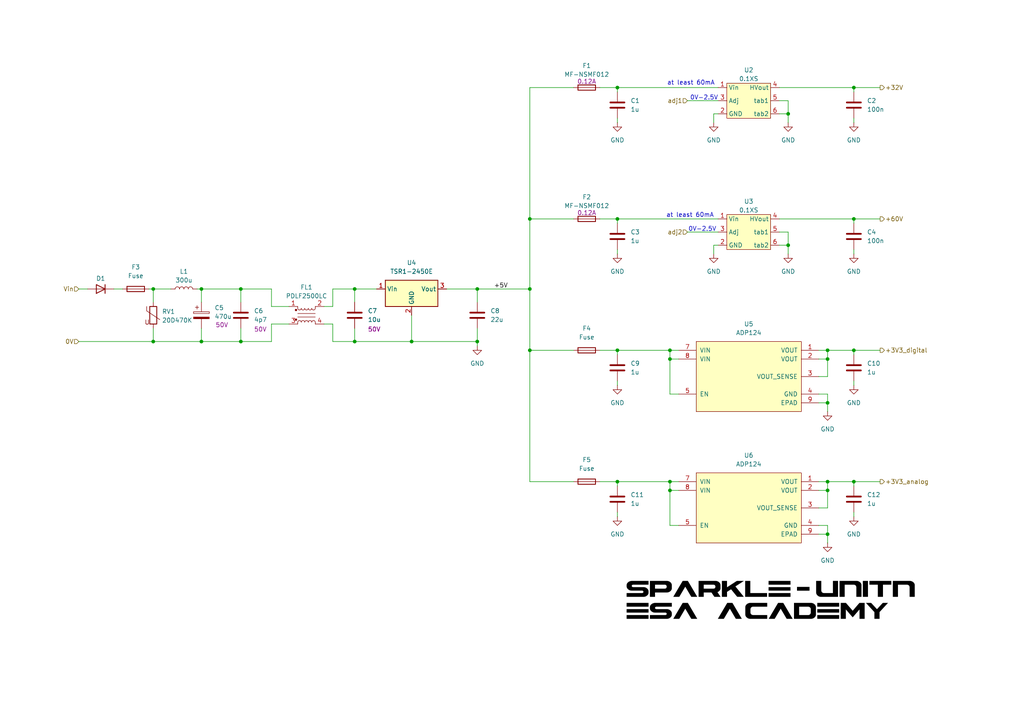
<source format=kicad_sch>
(kicad_sch (version 20231120) (generator "eeschema") (generator_version "8.0")
  (paper "A4")
  (title_block (title "Power Supply") (date "2024-10-17") (rev "1.0"))
  (lib_symbols
    (symbol "ADP124_1" (pin_names (offset 1.016))
      (property "Reference" "U" (at -15.3391 11.2364 0))
      (property "Value" "ADP124" (at -15.24 -12.7 0))
      (symbol "ADP124_1_0_0"
        (rectangle (start -15.24 10.16) (end 15.24 -10.16) (fill (type background)))
        (pin output line (at 20.32 7.62 180) (length 5.08) (name "VOUT") (number "1"))
        (pin output line (at 20.32 5.08 180) (length 5.08) (name "VOUT") (number "2"))
        (pin input line (at 20.32 0 180) (length 5.08) (name "VOUT_SENSE") (number "3"))
        (pin power_in line (at 20.32 -5.08 180) (length 5.08) (name "GND") (number "4"))
        (pin input line (at -20.32 -5.08 0) (length 5.08) (name "EN") (number "5"))
        (pin input line (at -20.32 7.62 0) (length 5.08) (name "VIN") (number "7"))
        (pin input line (at -20.32 5.08 0) (length 5.08) (name "VIN") (number "8"))
        (pin power_in line (at 20.32 -7.62 180) (length 5.08) (name "EPAD") (number "9"))
      )
    )
    (symbol "Device:C" (pin_numbers hide) (pin_names (offset 0.254))
      (property "Reference" "C" (at 0.635 2.54 0))
      (property "Value" "C" (at 0.635 -2.54 0))
      (symbol "C_0_1"
        (polyline (pts (xy -2.032 -0.762) (xy 2.032 -0.762)) (stroke (width 0.508)))
        (polyline (pts (xy -2.032 0.762) (xy 2.032 0.762)) (stroke (width 0.508)))
      )
      (symbol "C_1_1"
        (pin passive line (at 0 3.81 270) (length 2.794) (name "~") (number "1"))
        (pin passive line (at 0 -3.81 90) (length 2.794) (name "~") (number "2"))
      )
    )
    (symbol "Device:C_Polarized" (pin_numbers hide) (pin_names (offset 0.254))
      (property "Reference" "C" (at 0.635 2.54 0))
      (property "Value" "C_Polarized" (at 0.635 -2.54 0))
      (symbol "C_Polarized_0_1"
        (rectangle (start -2.286 0.508) (end 2.286 1.016))
        (polyline (pts (xy -1.778 2.286) (xy -0.762 2.286)))
        (polyline (pts (xy -1.27 2.794) (xy -1.27 1.778)))
        (rectangle (start 2.286 -0.508) (end -2.286 -1.016) (fill (type outline)))
      )
      (symbol "C_Polarized_1_1"
        (pin passive line (at 0 3.81 270) (length 2.794) (name "~") (number "1"))
        (pin passive line (at 0 -3.81 90) (length 2.794) (name "~") (number "2"))
      )
    )
    (symbol "Device:D" (pin_numbers hide) (pin_names (offset 1.016) hide)
      (property "Reference" "D" (at 0 2.54 0))
      (property "Value" "D" (at 0 -2.54 0))
      (symbol "D_0_1"
        (polyline (pts (xy -1.27 1.27) (xy -1.27 -1.27)) (stroke (width 0.254)))
        (polyline (pts (xy 1.27 0) (xy -1.27 0)))
        (polyline (pts (xy 1.27 1.27) (xy 1.27 -1.27) (xy -1.27 0) (xy 1.27 1.27)) (stroke (width 0.254)))
      )
      (symbol "D_1_1"
        (pin passive line (at -3.81 0 0) (length 2.54) (name "K") (number "1"))
        (pin passive line (at 3.81 0 180) (length 2.54) (name "A") (number "2"))
      )
    )
    (symbol "Device:Filter_EMI_LL" (pin_names (offset 0.254) hide)
      (property "Reference" "FL" (at 0 4.445 0))
      (property "Value" "Filter_EMI_LL" (at 0 -4.445 0))
      (symbol "Filter_EMI_LL_0_1"
        (circle (center -3.048 -1.27) (radius 0.254) (fill (type outline)))
        (circle (center -3.048 1.524) (radius 0.254) (fill (type outline)))
        (arc (start -2.54 2.032) (mid -2.032 1.5262) (end -1.524 2.032))
        (arc (start -1.524 -2.032) (mid -2.032 -1.5262) (end -2.54 -2.032))
        (arc (start -1.524 2.032) (mid -1.016 1.5262) (end -0.508 2.032))
        (arc (start -0.508 -2.032) (mid -1.016 -1.5262) (end -1.524 -2.032))
        (arc (start -0.508 2.032) (mid 0 1.5262) (end 0.508 2.032))
        (polyline (pts (xy -2.54 -2.032) (xy -2.54 -2.54)))
        (polyline (pts (xy -2.54 0.508) (xy 2.54 0.508)))
        (polyline (pts (xy -2.54 2.032) (xy -2.54 2.54)))
        (polyline (pts (xy 2.54 -2.032) (xy 2.54 -2.54)))
        (polyline (pts (xy 2.54 -0.508) (xy -2.54 -0.508)))
        (polyline (pts (xy 2.54 2.54) (xy 2.54 2.032)))
        (arc (start 0.508 -2.032) (mid 0 -1.5262) (end -0.508 -2.032))
        (arc (start 0.508 2.032) (mid 1.016 1.5262) (end 1.524 2.032))
        (arc (start 1.524 -2.032) (mid 1.016 -1.5262) (end 0.508 -2.032))
        (arc (start 1.524 2.032) (mid 2.032 1.5262) (end 2.54 2.032))
        (arc (start 2.54 -2.032) (mid 2.032 -1.5262) (end 1.524 -2.032))
      )
      (symbol "Filter_EMI_LL_1_1"
        (pin passive line (at -5.08 2.54 0) (length 2.54) (name "1") (number "1"))
        (pin passive line (at 5.08 2.54 180) (length 2.54) (name "2") (number "2"))
        (pin passive line (at -5.08 -2.54 0) (length 2.54) (name "3") (number "3"))
        (pin passive line (at 5.08 -2.54 180) (length 2.54) (name "4") (number "4"))
      )
    )
    (symbol "Device:Fuse" (pin_numbers hide) (pin_names (offset 0))
      (property "Reference" "F" (at 2.032 0 90))
      (property "Value" "Fuse" (at -1.905 0 90))
      (symbol "Fuse_0_1"
        (rectangle (start -0.762 -2.54) (end 0.762 2.54) (stroke (width 0.254)))
        (polyline (pts (xy 0 2.54) (xy 0 -2.54)))
      )
      (symbol "Fuse_1_1"
        (pin passive line (at 0 3.81 270) (length 1.27) (name "~") (number "1"))
        (pin passive line (at 0 -3.81 90) (length 1.27) (name "~") (number "2"))
      )
    )
    (symbol "Device:L" (pin_numbers hide) (pin_names (offset 1.016) hide)
      (property "Reference" "L" (at -1.27 0 90))
      (property "Value" "L" (at 1.905 0 90))
      (symbol "L_0_1"
        (arc (start 0 -2.54) (mid 0.6323 -1.905) (end 0 -1.27))
        (arc (start 0 -1.27) (mid 0.6323 -0.635) (end 0 0))
        (arc (start 0 0) (mid 0.6323 0.635) (end 0 1.27))
        (arc (start 0 1.27) (mid 0.6323 1.905) (end 0 2.54))
      )
      (symbol "L_1_1"
        (pin passive line (at 0 3.81 270) (length 1.27) (name "1") (number "1"))
        (pin passive line (at 0 -3.81 90) (length 1.27) (name "2") (number "2"))
      )
    )
    (symbol "Device:Varistor" (pin_numbers hide) (pin_names (offset 0))
      (property "Reference" "RV" (at 3.175 0 90))
      (property "Value" "Varistor" (at -3.175 0 90))
      (symbol "Varistor_0_0"
        (text "U" (at -1.778 -2.032 0) (effects (font (size 1.27 1.27))))
      )
      (symbol "Varistor_0_1"
        (rectangle (start -1.016 -2.54) (end 1.016 2.54) (stroke (width 0.254)))
        (polyline (pts (xy -1.905 2.54) (xy -1.905 1.27) (xy 1.905 -1.27)))
      )
      (symbol "Varistor_1_1"
        (pin passive line (at 0 3.81 270) (length 1.27) (name "~") (number "1"))
        (pin passive line (at 0 -3.81 90) (length 1.27) (name "~") (number "2"))
      )
    )
    (symbol "Regulator_Switching:TSR1-2450E"
      (property "Reference" "U" (at -7.62 6.35 0))
      (property "Value" "TSR1-2450E" (at -3.81 6.35 0))
      (symbol "TSR1-2450E_0_1"
        (rectangle (start -7.62 5.08) (end 7.62 -2.54) (stroke (width 0.254)) (fill (type background)))
      )
      (symbol "TSR1-2450E_1_1"
        (pin power_in line (at -10.16 2.54 0) (length 2.54) (name "Vin") (number "1"))
        (pin power_in line (at 0 -5.08 90) (length 2.54) (name "GND") (number "2"))
        (pin power_out line (at 10.16 2.54 180) (length 2.54) (name "Vout") (number "3"))
      )
    )
    (symbol "SPaRKLE-Symbols:0.1XS"
      (property "Reference" "U" (at 0 -1.016 0))
      (property "Value" "0.1XS" (at -3.556 -13.97 0))
      (symbol "0.1XS_1_1"
        (rectangle (start -6.35 -2.54) (end 6.35 -12.7) (fill (type background)))
        (pin power_in line (at -8.89 -3.81 0) (length 2.54) (name "Vin") (number "1"))
        (pin power_in line (at -8.89 -11.43 0) (length 2.54) (name "GND") (number "2"))
        (pin input line (at -8.89 -7.62 0) (length 2.54) (name "Adj") (number "3"))
        (pin power_out line (at 8.89 -3.81 180) (length 2.54) (name "HVout") (number "4"))
        (pin passive line (at 8.89 -7.62 180) (length 2.54) (name "tab1") (number "5"))
        (pin passive line (at 8.89 -11.43 180) (length 2.54) (name "tab2") (number "6"))
      )
    )
    (symbol "SPaRKLE-Symbols:ADP124" (pin_names (offset 1.016))
      (property "Reference" "U" (at -15.3391 11.2364 0))
      (property "Value" "ADP124" (at -15.24 -12.7 0))
      (symbol "ADP124_0_0"
        (rectangle (start -15.24 10.16) (end 15.24 -10.16) (fill (type background)))
        (pin output line (at 20.32 7.62 180) (length 5.08) (name "VOUT") (number "1"))
        (pin output line (at 20.32 5.08 180) (length 5.08) (name "VOUT") (number "2"))
        (pin input line (at 20.32 0 180) (length 5.08) (name "VOUT_SENSE") (number "3"))
        (pin power_in line (at 20.32 -5.08 180) (length 5.08) (name "GND") (number "4"))
        (pin input line (at -20.32 -5.08 0) (length 5.08) (name "EN") (number "5"))
        (pin input line (at -20.32 7.62 0) (length 5.08) (name "VIN") (number "7"))
        (pin input line (at -20.32 5.08 0) (length 5.08) (name "VIN") (number "8"))
        (pin power_in line (at 20.32 -7.62 180) (length 5.08) (name "EPAD") (number "9"))
      )
    )
    (symbol "power:GND" (power) (pin_numbers hide) (pin_names (offset 0) hide)
      (property "Value" "GND" (at 0 -3.81 0))
      (symbol "GND_0_1"
        (polyline (pts (xy 0 0) (xy 0 -1.27) (xy 1.27 -1.27) (xy 0 -2.54) (xy -1.27 -1.27) (xy 0 -1.27)))
      )
      (symbol "GND_1_1"
        (pin power_in line (at 0 0 270) (length 0) (name "~") (number "1"))
      )
    )
  )
  (junction (at 153.67 83.82))
  (junction (at 102.87 99.06))
  (junction (at 247.65 25.4))
  (junction (at 58.42 83.82))
  (junction (at 228.6 71.12))
  (junction (at 194.31 101.6))
  (junction (at 102.87 83.82))
  (junction (at 194.31 139.7))
  (junction (at 179.07 101.6))
  (junction (at 247.65 63.5))
  (junction (at 138.43 83.82))
  (junction (at 240.03 139.7))
  (junction (at 44.45 83.82))
  (junction (at 179.07 25.4))
  (junction (at 240.03 142.24))
  (junction (at 240.03 116.84))
  (junction (at 240.03 104.14))
  (junction (at 138.43 99.06))
  (junction (at 58.42 99.06))
  (junction (at 179.07 63.5))
  (junction (at 247.65 139.7))
  (junction (at 153.67 101.6))
  (junction (at 240.03 154.94))
  (junction (at 247.65 101.6))
  (junction (at 44.45 99.06))
  (junction (at 179.07 139.7))
  (junction (at 194.31 142.24))
  (junction (at 240.03 101.6))
  (junction (at 194.31 104.14))
  (junction (at 228.6 33.02))
  (junction (at 119.38 99.06))
  (junction (at 69.85 99.06))
  (junction (at 69.85 83.82))
  (junction (at 153.67 63.5))
  (wire (pts (xy 240.03 116.84) (xy 240.03 114.3)))
  (wire (pts (xy 96.52 83.82) (xy 96.52 88.9)))
  (wire (pts (xy 247.65 111.76) (xy 247.65 110.49)))
  (wire (pts (xy 240.03 101.6) (xy 247.65 101.6)))
  (wire (pts (xy 179.07 139.7) (xy 194.31 139.7)))
  (wire (pts (xy 69.85 99.06) (xy 78.74 99.06)))
  (wire (pts (xy 93.98 93.98) (xy 96.52 93.98)))
  (wire (pts (xy 240.03 152.4) (xy 237.49 152.4)))
  (wire (pts (xy 240.03 157.48) (xy 240.03 154.94)))
  (wire (pts (xy 247.65 149.86) (xy 247.65 148.59)))
  (wire (pts (xy 194.31 104.14) (xy 194.31 101.6)))
  (wire (pts (xy 58.42 83.82) (xy 69.85 83.82)))
  (wire (pts (xy 44.45 83.82) (xy 44.45 87.63)))
  (wire (pts (xy 194.31 152.4) (xy 194.31 142.24)))
  (wire (pts (xy 228.6 33.02) (xy 228.6 29.21)))
  (wire (pts (xy 69.85 83.82) (xy 69.85 87.63)))
  (wire (pts (xy 237.49 104.14) (xy 240.03 104.14)))
  (wire (pts (xy 194.31 114.3) (xy 194.31 104.14)))
  (wire (pts (xy 226.06 33.02) (xy 228.6 33.02)))
  (wire (pts (xy 78.74 93.98) (xy 78.74 99.06)))
  (wire (pts (xy 179.07 64.77) (xy 179.07 63.5)))
  (wire (pts (xy 93.98 88.9) (xy 96.52 88.9)))
  (wire (pts (xy 102.87 95.25) (xy 102.87 99.06)))
  (wire (pts (xy 228.6 71.12) (xy 228.6 67.31)))
  (wire (pts (xy 237.49 139.7) (xy 240.03 139.7)))
  (wire (pts (xy 44.45 99.06) (xy 58.42 99.06)))
  (wire (pts (xy 240.03 139.7) (xy 240.03 142.24)))
  (wire (pts (xy 196.85 104.14) (xy 194.31 104.14)))
  (wire (pts (xy 237.49 101.6) (xy 240.03 101.6)))
  (wire (pts (xy 247.65 63.5) (xy 247.65 64.77)))
  (wire (pts (xy 179.07 73.66) (xy 179.07 72.39)))
  (wire (pts (xy 179.07 111.76) (xy 179.07 110.49)))
  (wire (pts (xy 138.43 100.33) (xy 138.43 99.06)))
  (wire (pts (xy 173.99 63.5) (xy 179.07 63.5)))
  (wire (pts (xy 153.67 63.5) (xy 166.37 63.5)))
  (wire (pts (xy 226.06 71.12) (xy 228.6 71.12)))
  (wire (pts (xy 179.07 63.5) (xy 208.28 63.5)))
  (wire (pts (xy 240.03 142.24) (xy 240.03 147.32)))
  (wire (pts (xy 237.49 116.84) (xy 240.03 116.84)))
  (wire (pts (xy 57.15 83.82) (xy 58.42 83.82)))
  (wire (pts (xy 44.45 83.82) (xy 49.53 83.82)))
  (wire (pts (xy 226.06 25.4) (xy 247.65 25.4)))
  (wire (pts (xy 228.6 29.21) (xy 226.06 29.21)))
  (wire (pts (xy 240.03 147.32) (xy 237.49 147.32)))
  (wire (pts (xy 102.87 83.82) (xy 109.22 83.82)))
  (wire (pts (xy 247.65 101.6) (xy 255.27 101.6)))
  (wire (pts (xy 179.07 101.6) (xy 194.31 101.6)))
  (wire (pts (xy 240.03 154.94) (xy 240.03 152.4)))
  (wire (pts (xy 247.65 73.66) (xy 247.65 72.39)))
  (wire (pts (xy 194.31 139.7) (xy 196.85 139.7)))
  (wire (pts (xy 138.43 83.82) (xy 138.43 87.63)))
  (wire (pts (xy 83.82 93.98) (xy 78.74 93.98)))
  (wire (pts (xy 247.65 35.56) (xy 247.65 34.29)))
  (wire (pts (xy 228.6 73.66) (xy 228.6 71.12)))
  (wire (pts (xy 247.65 101.6) (xy 247.65 102.87)))
  (wire (pts (xy 240.03 139.7) (xy 247.65 139.7)))
  (wire (pts (xy 207.01 73.66) (xy 207.01 71.12)))
  (wire (pts (xy 240.03 101.6) (xy 240.03 104.14)))
  (wire (pts (xy 58.42 83.82) (xy 58.42 87.63)))
  (wire (pts (xy 247.65 139.7) (xy 247.65 140.97)))
  (wire (pts (xy 207.01 35.56) (xy 207.01 33.02)))
  (wire (pts (xy 247.65 25.4) (xy 255.27 25.4)))
  (wire (pts (xy 240.03 104.14) (xy 240.03 109.22)))
  (wire (pts (xy 153.67 25.4) (xy 166.37 25.4)))
  (wire (pts (xy 96.52 93.98) (xy 96.52 99.06)))
  (wire (pts (xy 179.07 139.7) (xy 179.07 140.97)))
  (wire (pts (xy 199.39 67.31) (xy 208.28 67.31)))
  (wire (pts (xy 153.67 139.7) (xy 166.37 139.7)))
  (wire (pts (xy 22.86 99.06) (xy 44.45 99.06)))
  (wire (pts (xy 69.85 83.82) (xy 78.74 83.82)))
  (wire (pts (xy 153.67 101.6) (xy 153.67 139.7)))
  (wire (pts (xy 44.45 95.25) (xy 44.45 99.06)))
  (wire (pts (xy 199.39 29.21) (xy 208.28 29.21)))
  (wire (pts (xy 179.07 25.4) (xy 179.07 26.67)))
  (wire (pts (xy 240.03 114.3) (xy 237.49 114.3)))
  (wire (pts (xy 83.82 88.9) (xy 78.74 88.9)))
  (wire (pts (xy 179.07 149.86) (xy 179.07 148.59)))
  (wire (pts (xy 102.87 99.06) (xy 119.38 99.06)))
  (wire (pts (xy 119.38 91.44) (xy 119.38 99.06)))
  (wire (pts (xy 237.49 154.94) (xy 240.03 154.94)))
  (wire (pts (xy 78.74 83.82) (xy 78.74 88.9)))
  (wire (pts (xy 96.52 99.06) (xy 102.87 99.06)))
  (wire (pts (xy 237.49 142.24) (xy 240.03 142.24)))
  (wire (pts (xy 240.03 119.38) (xy 240.03 116.84)))
  (wire (pts (xy 196.85 152.4) (xy 194.31 152.4)))
  (wire (pts (xy 226.06 63.5) (xy 247.65 63.5)))
  (wire (pts (xy 179.07 35.56) (xy 179.07 34.29)))
  (wire (pts (xy 153.67 83.82) (xy 153.67 101.6)))
  (wire (pts (xy 43.18 83.82) (xy 44.45 83.82)))
  (wire (pts (xy 196.85 114.3) (xy 194.31 114.3)))
  (wire (pts (xy 35.56 83.82) (xy 33.02 83.82)))
  (wire (pts (xy 196.85 142.24) (xy 194.31 142.24)))
  (wire (pts (xy 173.99 25.4) (xy 179.07 25.4)))
  (wire (pts (xy 96.52 83.82) (xy 102.87 83.82)))
  (wire (pts (xy 240.03 109.22) (xy 237.49 109.22)))
  (wire (pts (xy 247.65 25.4) (xy 247.65 26.67)))
  (wire (pts (xy 173.99 101.6) (xy 179.07 101.6)))
  (wire (pts (xy 228.6 35.56) (xy 228.6 33.02)))
  (wire (pts (xy 153.67 25.4) (xy 153.67 63.5)))
  (wire (pts (xy 119.38 99.06) (xy 138.43 99.06)))
  (wire (pts (xy 102.87 83.82) (xy 102.87 87.63)))
  (wire (pts (xy 25.4 83.82) (xy 22.86 83.82)))
  (wire (pts (xy 153.67 101.6) (xy 166.37 101.6)))
  (wire (pts (xy 138.43 99.06) (xy 138.43 95.25)))
  (wire (pts (xy 207.01 33.02) (xy 208.28 33.02)))
  (wire (pts (xy 153.67 63.5) (xy 153.67 83.82)))
  (wire (pts (xy 179.07 101.6) (xy 179.07 102.87)))
  (wire (pts (xy 247.65 63.5) (xy 255.27 63.5)))
  (wire (pts (xy 194.31 101.6) (xy 196.85 101.6)))
  (wire (pts (xy 129.54 83.82) (xy 138.43 83.82)))
  (wire (pts (xy 179.07 25.4) (xy 208.28 25.4)))
  (wire (pts (xy 207.01 71.12) (xy 208.28 71.12)))
  (wire (pts (xy 247.65 139.7) (xy 255.27 139.7)))
  (wire (pts (xy 194.31 142.24) (xy 194.31 139.7)))
  (wire (pts (xy 173.99 139.7) (xy 179.07 139.7)))
  (wire (pts (xy 228.6 67.31) (xy 226.06 67.31)))
  (wire (pts (xy 58.42 95.25) (xy 58.42 99.06)))
  (wire (pts (xy 69.85 95.25) (xy 69.85 99.06)))
  (wire (pts (xy 138.43 83.82) (xy 153.67 83.82)))
  (wire (pts (xy 58.42 99.06) (xy 69.85 99.06)))
  (image (at 223.52 173.99) (scale 0.489235))
  (text "at least 60mA" (at 200.152 62.484 0) (effects (font (size 1.27 1.27))))
  (text "0V-2.5V" (at 203.708 66.548 0) (effects (font (size 1.27 1.27))))
  (text "at least 60mA" (at 200.406 24.13 0) (effects (font (size 1.27 1.27))))
  (text "0V-2.5V" (at 204.216 28.448 0) (effects (font (size 1.27 1.27))))
  (label "+5V" (at 147.32 83.82 180))
  (hierarchical_label "+32V" (shape output) (at 255.27 25.4 0))
  (hierarchical_label "Vin" (shape input) (at 22.86 83.82 180))
  (hierarchical_label "+3V3_digital" (shape output) (at 255.27 101.6 0))
  (hierarchical_label "adj2" (shape input) (at 199.39 67.31 180))
  (hierarchical_label "+60V" (shape output) (at 255.27 63.5 0))
  (hierarchical_label "0V" (shape input) (at 22.86 99.06 180))
  (hierarchical_label "+3V3_analog" (shape output) (at 255.27 139.7 0))
  (hierarchical_label "adj1" (shape input) (at 199.39 29.21 180))
  (symbol (lib_id "power:GND") (at 207.01 73.66 0) (unit 1)
    (property "Reference" "#PWR022" (effects (hide yes)))
    (property "Value" "GND" (at 207.01 78.74 0))
    (property "Description" "Power symbol creates a global label with name \"GND\" , ground" (effects (hide yes)))
  )
  (symbol (lib_id "Device:C") (at 69.85 91.44 0) (unit 1)
    (property "Reference" "C6" (at 73.66 90.1699 0) (effects (justify left)))
    (property "Value" "4p7" (at 73.66 92.7099 0) (effects (justify left)))
    (property "Description" "Unpolarized capacitor" (effects (hide yes)))
    (property "Voltage" "50V" (at 73.66 95.504 0) (effects (justify left)))
  )
  (symbol (lib_id "power:GND") (at 228.6 73.66 0) (unit 1)
    (property "Reference" "#PWR023" (effects (hide yes)))
    (property "Value" "GND" (at 228.6 78.74 0))
    (property "Description" "Power symbol creates a global label with name \"GND\" , ground" (effects (hide yes)))
  )
  (symbol (lib_id "power:GND") (at 240.03 119.38 0) (unit 1)
    (property "Reference" "#PWR028" (effects (hide yes)))
    (property "Value" "GND" (at 240.03 124.46 0))
    (property "Description" "Power symbol creates a global label with name \"GND\" , ground" (effects (hide yes)))
  )
  (symbol (lib_id "power:GND") (at 179.07 35.56 0) (unit 1)
    (property "Reference" "#PWR017" (effects (hide yes)))
    (property "Value" "GND" (at 179.07 40.64 0))
    (property "Description" "Power symbol creates a global label with name \"GND\" , ground" (effects (hide yes)))
  )
  (symbol (lib_id "power:GND") (at 247.65 35.56 0) (unit 1)
    (property "Reference" "#PWR020" (effects (hide yes)))
    (property "Value" "GND" (at 247.65 40.64 0))
    (property "Description" "Power symbol creates a global label with name \"GND\" , ground" (effects (hide yes)))
  )
  (symbol (lib_id "Regulator_Switching:TSR1-2450E") (at 119.38 86.36 0) (unit 1)
    (property "Reference" "U4" (at 119.38 76.2 0))
    (property "Value" "TSR1-2450E" (at 119.38 78.74 0))
    (property "Footprint" "Converter_DCDC:Converter_DCDC_TRACO_TSR1-xxxxE_THT" (effects (hide yes)))
    (property "Datasheet" "https://www.tracopower.com/products/tsr1e.pdf" (effects (hide yes)))
    (property "Description" "1A step-down regulator, fixed 5V output voltage, 7-36V input voltage, TO-220 compatible LM78xx replacement" (effects (hide yes)))
  )
  (symbol (lib_id "power:GND") (at 179.07 73.66 0) (unit 1)
    (property "Reference" "#PWR021" (effects (hide yes)))
    (property "Value" "GND" (at 179.07 78.74 0))
    (property "Description" "Power symbol creates a global label with name \"GND\" , ground" (effects (hide yes)))
  )
  (symbol (lib_id "Device:Fuse") (at 170.18 63.5 90) (unit 1)
    (property "Reference" "F2" (at 170.18 57.15 90))
    (property "Value" "MF-NSMF012" (at 170.18 59.69 90))
    (property "Datasheet" "0.12A" (at 170.18 61.722 90))
    (property "Description" "Fuse" (effects (hide yes)))
  )
  (symbol (lib_id "power:GND") (at 228.6 35.56 0) (unit 1)
    (property "Reference" "#PWR019" (effects (hide yes)))
    (property "Value" "GND" (at 228.6 40.64 0))
    (property "Description" "Power symbol creates a global label with name \"GND\" , ground" (effects (hide yes)))
  )
  (symbol (lib_id "Device:C") (at 179.07 68.58 0) (unit 1)
    (property "Reference" "C3" (at 182.88 67.3099 0) (effects (justify left)))
    (property "Value" "1u" (at 182.88 69.8499 0) (effects (justify left)))
    (property "Description" "Unpolarized capacitor" (effects (hide yes)))
  )
  (symbol (lib_id "Device:Fuse") (at 170.18 139.7 90) (unit 1)
    (property "Reference" "F5" (at 170.18 133.35 90))
    (property "Value" "Fuse" (at 170.18 135.89 90))
    (property "Description" "Fuse" (effects (hide yes)))
  )
  (symbol (lib_id "Device:Fuse") (at 170.18 101.6 90) (unit 1)
    (property "Reference" "F4" (at 170.18 95.25 90))
    (property "Value" "Fuse" (at 170.18 97.79 90))
    (property "Description" "Fuse" (effects (hide yes)))
  )
  (symbol (lib_id "power:GND") (at 247.65 149.86 0) (unit 1)
    (property "Reference" "#PWR030" (effects (hide yes)))
    (property "Value" "GND" (at 247.65 154.94 0))
    (property "Description" "Power symbol creates a global label with name \"GND\" , ground" (effects (hide yes)))
  )
  (symbol (lib_id "Device:C") (at 179.07 144.78 0) (unit 1)
    (property "Reference" "C11" (at 182.88 143.5099 0) (effects (justify left)))
    (property "Value" "1u" (at 182.88 146.0499 0) (effects (justify left)))
    (property "Description" "Unpolarized capacitor" (effects (hide yes)))
  )
  (symbol (lib_id "power:GND") (at 247.65 73.66 0) (unit 1)
    (property "Reference" "#PWR024" (effects (hide yes)))
    (property "Value" "GND" (at 247.65 78.74 0))
    (property "Description" "Power symbol creates a global label with name \"GND\" , ground" (effects (hide yes)))
  )
  (symbol (lib_id "Device:C") (at 179.07 106.68 0) (unit 1)
    (property "Reference" "C9" (at 182.88 105.4099 0) (effects (justify left)))
    (property "Value" "1u" (at 182.88 107.9499 0) (effects (justify left)))
    (property "Description" "Unpolarized capacitor" (effects (hide yes)))
  )
  (symbol (lib_id "power:GND") (at 240.03 157.48 0) (unit 1)
    (property "Reference" "#PWR031" (effects (hide yes)))
    (property "Value" "GND" (at 240.03 162.56 0))
    (property "Description" "Power symbol creates a global label with name \"GND\" , ground" (effects (hide yes)))
  )
  (symbol (lib_id "Device:L") (at 53.34 83.82 90) (unit 1)
    (property "Reference" "L1" (at 53.34 78.74 90))
    (property "Value" "300u" (at 53.34 81.28 90))
    (property "Description" "Inductor" (effects (hide yes)))
  )
  (symbol (lib_id "Device:C") (at 247.65 144.78 0) (unit 1)
    (property "Reference" "C12" (at 251.46 143.5099 0) (effects (justify left)))
    (property "Value" "1u" (at 251.46 146.0499 0) (effects (justify left)))
    (property "Description" "Unpolarized capacitor" (effects (hide yes)))
  )
  (symbol (lib_id "power:GND") (at 179.07 149.86 0) (unit 1)
    (property "Reference" "#PWR029" (effects (hide yes)))
    (property "Value" "GND" (at 179.07 154.94 0))
    (property "Description" "Power symbol creates a global label with name \"GND\" , ground" (effects (hide yes)))
  )
  (symbol (lib_id "power:GND") (at 138.43 100.33 0) (unit 1)
    (property "Reference" "#PWR025" (effects (hide yes)))
    (property "Value" "GND" (at 138.43 105.41 0))
    (property "Description" "Power symbol creates a global label with name \"GND\" , ground" (effects (hide yes)))
  )
  (symbol (lib_id "Device:C") (at 247.65 30.48 0) (unit 1)
    (property "Reference" "C2" (at 251.46 29.2099 0) (effects (justify left)))
    (property "Value" "100n" (at 251.46 31.7499 0) (effects (justify left)))
    (property "Description" "Unpolarized capacitor" (effects (hide yes)))
  )
  (symbol (lib_id "Device:Fuse") (at 170.18 25.4 90) (unit 1)
    (property "Reference" "F1" (at 170.18 19.05 90))
    (property "Value" "MF-NSMF012" (at 170.18 21.59 90))
    (property "Datasheet" "0.12A" (at 170.18 23.622 90))
    (property "Description" "Fuse" (effects (hide yes)))
  )
  (symbol (lib_id "power:GND") (at 247.65 111.76 0) (unit 1)
    (property "Reference" "#PWR027" (effects (hide yes)))
    (property "Value" "GND" (at 247.65 116.84 0))
    (property "Description" "Power symbol creates a global label with name \"GND\" , ground" (effects (hide yes)))
  )
  (symbol (lib_id "SPaRKLE-Symbols:0.1XS") (at 217.17 59.69 0) (unit 1) (in_bom no) (on_board no)
    (property "Reference" "U3" (at 217.17 58.42 0))
    (property "Value" "0.1XS" (at 217.17 60.96 0))
  )
  (symbol (lib_id "Device:C") (at 179.07 30.48 0) (unit 1)
    (property "Reference" "C1" (at 182.88 29.2099 0) (effects (justify left)))
    (property "Value" "1u" (at 182.88 31.7499 0) (effects (justify left)))
    (property "Description" "Unpolarized capacitor" (effects (hide yes)))
  )
  (symbol (lib_id "Device:Filter_EMI_LL") (at 88.9 91.44 0) (unit 1)
    (property "Reference" "FL1" (at 88.9 83.312 0))
    (property "Value" "PDLF2500LC" (at 88.9 85.852 0))
    (property "Footprint" "Inductor_SMD:L_CommonModeChoke_TDK_ACM2520-3P" (effects (hide yes)))
    (property "Description" "EMI 2-inductor filter" (effects (hide yes)))
  )
  (symbol (lib_id "Device:Fuse") (at 39.37 83.82 90) (unit 1)
    (property "Reference" "F3" (at 39.37 77.47 90))
    (property "Value" "Fuse" (at 39.37 80.01 90))
    (property "Description" "Fuse" (effects (hide yes)))
  )
  (symbol (lib_id "Device:C_Polarized") (at 58.42 91.44 0) (unit 1)
    (property "Reference" "C5" (at 62.23 89.2809 0) (effects (justify left)))
    (property "Value" "470u" (at 62.23 91.8209 0) (effects (justify left)))
    (property "Description" "Polarized capacitor" (effects (hide yes)))
    (property "Voltage" "50V" (at 62.484 94.234 0) (effects (justify left)))
  )
  (symbol (lib_id "Device:C") (at 102.87 91.44 0) (unit 1)
    (property "Reference" "C7" (at 106.68 90.1699 0) (effects (justify left)))
    (property "Value" "10u" (at 106.68 92.7099 0) (effects (justify left)))
    (property "Description" "Unpolarized capacitor" (effects (hide yes)))
    (property "Voltage" "50V" (at 106.68 95.504 0) (effects (justify left)))
  )
  (symbol (lib_id "SPaRKLE-Symbols:0.1XS") (at 217.17 21.59 0) (unit 1) (in_bom no) (on_board no)
    (property "Reference" "U2" (at 217.17 20.32 0))
    (property "Value" "0.1XS" (at 217.17 22.86 0))
  )
  (symbol (lib_id "Device:C") (at 247.65 68.58 0) (unit 1)
    (property "Reference" "C4" (at 251.46 67.3099 0) (effects (justify left)))
    (property "Value" "100n" (at 251.46 69.8499 0) (effects (justify left)))
    (property "Description" "Unpolarized capacitor" (effects (hide yes)))
  )
  (symbol (lib_id "SPaRKLE-Symbols:ADP124") (at 217.17 147.32 0) (unit 1)
    (property "Reference" "U6" (at 217.17 132.08 0))
    (property "Value" "ADP124" (at 217.17 134.62 0))
    (property "Footprint" "ADP124ACPZ-3.3-R7:SON50P200X200X60-9N" (effects (hide yes)))
    (property "Description" "5.5V Input, 500 mA, Low Quiescent Current, CMOS Linear Regulator with 31 Fixed-output Voltages" (effects (hide yes)))
  )
  (symbol (lib_id "power:GND") (at 207.01 35.56 0) (unit 1)
    (property "Reference" "#PWR018" (effects (hide yes)))
    (property "Value" "GND" (at 207.01 40.64 0))
    (property "Description" "Power symbol creates a global label with name \"GND\" , ground" (effects (hide yes)))
  )
  (symbol (lib_name "ADP124_1") (lib_id "SPaRKLE-Symbols:ADP124") (at 217.17 109.22 0) (unit 1)
    (property "Reference" "U5" (at 217.17 93.98 0))
    (property "Value" "ADP124" (at 217.17 96.52 0))
    (property "Footprint" "ADP124ACPZ-3.3-R7:SON50P200X200X60-9N" (effects (hide yes)))
    (property "Description" "5.5V Input, 500 mA, Low Quiescent Current, CMOS Linear Regulator with 31 Fixed-output Voltages" (effects (hide yes)))
  )
  (symbol (lib_id "Device:Varistor") (at 44.45 91.44 0) (unit 1)
    (property "Reference" "RV1" (at 46.99 90.3632 0) (effects (justify left)))
    (property "Value" "20D470K" (at 46.99 92.9032 0) (effects (justify left)))
    (property "Description" "Voltage dependent resistor" (effects (hide yes)))
    (property "Sim.Name" "kicad_builtin_varistor" (effects (hide yes)))
    (property "Sim.Device" "SUBCKT" (effects (hide yes)))
    (property "Sim.Pins" "1=A 2=B" (effects (hide yes)))
    (property "Sim.Params" "threshold=1k" (effects (hide yes)))
    (property "Sim.Library" "${KICAD7_SYMBOL_DIR}/Simulation_SPICE.sp" (effects (hide yes)))
  )
  (symbol (lib_id "Device:D") (at 29.21 83.82 180) (unit 1)
    (property "Reference" "D1" (at 29.21 80.772 0))
    (property "Value" "D" (effects (hide yes)))
    (property "Description" "Diode" (effects (hide yes)))
    (property "Sim.Device" "D" (effects (hide yes)))
    (property "Sim.Pins" "1=K 2=A" (effects (hide yes)))
  )
  (symbol (lib_id "Device:C") (at 138.43 91.44 0) (unit 1)
    (property "Reference" "C8" (at 142.24 90.1699 0) (effects (justify left)))
    (property "Value" "22u" (at 142.24 92.7099 0) (effects (justify left)))
    (property "Description" "Unpolarized capacitor" (effects (hide yes)))
  )
  (symbol (lib_id "power:GND") (at 179.07 111.76 0) (unit 1)
    (property "Reference" "#PWR026" (effects (hide yes)))
    (property "Value" "GND" (at 179.07 116.84 0))
    (property "Description" "Power symbol creates a global label with name \"GND\" , ground" (effects (hide yes)))
  )
  (symbol (lib_id "Device:C") (at 247.65 106.68 0) (unit 1)
    (property "Reference" "C10" (at 251.46 105.4099 0) (effects (justify left)))
    (property "Value" "1u" (at 251.46 107.9499 0) (effects (justify left)))
    (property "Description" "Unpolarized capacitor" (effects (hide yes)))
  )
)
</source>
